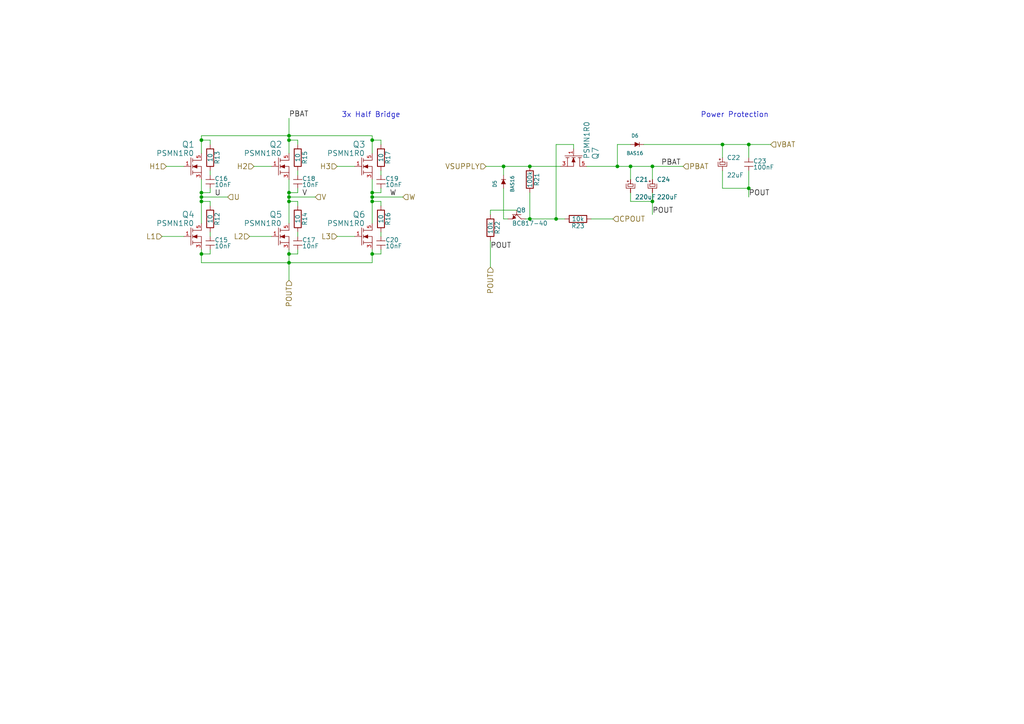
<source format=kicad_sch>
(kicad_sch (version 20230121) (generator eeschema)
  (paper "A4")
  (lib_symbols
    (symbol "DriveControllerLogic-rescue:DIODE" (pin_numbers hide) (pin_names (offset 1.016) hide)
      (property "Reference" "D" (at 0 2.54 0))
      (property "Value" "DIODE" (at 0 -2.54 0))
      (symbol "DIODE_0_1"
        (polyline (pts (xy 1.27 -0.635) (xy 1.27 0.635) (xy 1.27 0.635)))
        (polyline (pts (xy 1.27 0) (xy 0 0.635) (xy 0 -0.635) (xy 0 -0.635)) (fill (type outline)))
      )
      (symbol "DIODE_1_1"
        (pin passive line (at -1.27 0 0) (length 1.27) (name "A") (number "1"))
        (pin passive line (at 2.54 0 180) (length 1.27) (name "K") (number "3"))
      )
    )
    (symbol "DriveControllerLogic-rescue:NPN" (pin_numbers hide) (pin_names (offset 0) hide)
      (property "Reference" "Q" (at 3.81 0 0))
      (property "Value" "NPN" (at -3.81 3.81 0))
      (symbol "NPN_0_1"
        (polyline (pts (xy 0 0) (xy 1.27 -1.27) (xy 1.27 -1.27)) (fill (type outline)))
        (polyline (pts (xy 0 0) (xy 1.27 1.27) (xy 1.27 1.27)) (fill (type outline)))
        (polyline (pts (xy 0 1.27) (xy 0 -1.27) (xy 0 -1.27)) (fill (type outline)))
        (polyline (pts (xy 1.27 -1.27) (xy 1.016 -0.254) (xy 0.254 -1.016) (xy 0.254 -1.016)) (fill (type outline)))
      )
      (symbol "NPN_1_1"
        (pin input line (at -1.27 0 0) (length 1.27) (name "B") (number "1"))
        (pin passive line (at 1.27 -2.54 90) (length 1.27) (name "E") (number "2"))
        (pin passive line (at 1.27 2.54 270) (length 1.27) (name "C") (number "3"))
      )
    )
    (symbol "DriveControllerLogic-rescue:PSMN1R0" (pin_names (offset 0.762) hide)
      (property "Reference" "Q" (at -1.27 6.35 0))
      (property "Value" "PSMN1R0" (at -5.08 3.81 0))
      (symbol "PSMN1R0_0_1"
        (polyline (pts (xy -0.508 2.54) (xy -0.508 -2.54) (xy -0.508 -2.54)) (fill (type outline)))
        (polyline (pts (xy 0 -2.286) (xy 0 -1.27) (xy 0 -1.27)) (fill (type outline)))
        (polyline (pts (xy 0 -0.508) (xy 0 0.508) (xy 0 0.508)) (fill (type outline)))
        (polyline (pts (xy 0 1.27) (xy 0 2.286) (xy 0 2.286)) (fill (type outline)))
        (polyline (pts (xy 0 1.778) (xy 2.54 1.778) (xy 2.54 1.778)))
        (polyline (pts (xy 1.27 0.508) (xy 1.27 -0.508) (xy 0 0) (xy 0 0)) (fill (type outline)))
        (polyline (pts (xy 0 -1.778) (xy 2.54 -1.778) (xy 2.54 0) (xy 1.27 0) (xy 1.27 0)))
      )
      (symbol "PSMN1R0_1_1"
        (pin input line (at -2.54 0 0) (length 2.032) (name "G") (number "1"))
        (pin passive line (at 2.54 -3.81 90) (length 2.032) (name "S") (number "3"))
        (pin passive line (at 2.54 3.81 270) (length 2.032) (name "D") (number "5"))
      )
    )
    (symbol "DriveControllerLogic-rescue:R" (pin_numbers hide) (pin_names (offset 0))
      (property "Reference" "R" (at 2.032 0 90))
      (property "Value" "R" (at 0 0 90))
      (symbol "R_0_1"
        (rectangle (start -1.016 -2.54) (end 1.016 2.54) (stroke (width 0.254)))
      )
      (symbol "R_1_1"
        (pin passive line (at 0 3.81 270) (length 1.27) (name "~") (number "1"))
        (pin passive line (at 0 -3.81 90) (length 1.27) (name "~") (number "2"))
      )
    )
    (symbol "DriveControllerLogic-rescue:cap" (pin_numbers hide) (pin_names (offset 0.254) hide)
      (property "Reference" "C" (at 1.27 2.54 0))
      (property "Value" "cap" (at 1.27 -2.54 0))
      (symbol "cap_0_1"
        (rectangle (start -0.762 1.27) (end 0.762 0.508))
        (polyline (pts (xy -0.762 2.286) (xy -0.762 1.778) (xy -0.762 1.778)))
        (polyline (pts (xy -0.508 2.032) (xy -1.016 2.032) (xy -1.016 2.032)))
        (polyline (pts (xy -1.27 1.27) (xy -1.27 0) (xy 1.27 0) (xy 1.27 1.27) (xy 1.27 1.27)))
      )
      (symbol "cap_1_1"
        (pin passive line (at 0 2.54 270) (length 1.27) (name "~") (number "1"))
        (pin passive line (at 0 -1.27 90) (length 1.27) (name "~") (number "2"))
      )
    )
    (symbol "DriveControllerLogic-rescue:cap_np" (pin_numbers hide) (pin_names (offset 0.254))
      (property "Reference" "C" (at 1.27 0.254 0))
      (property "Value" "cap_np" (at 1.27 -1.524 0))
      (symbol "cap_np_0_1"
        (polyline (pts (xy -1.27 0) (xy 1.27 0) (xy 1.27 0)))
        (polyline (pts (xy 1.27 -1.27) (xy -1.27 -1.27) (xy -1.27 -1.27)))
      )
      (symbol "cap_np_1_1"
        (pin passive line (at 0 1.27 270) (length 1.27) (name "~") (number "1"))
        (pin passive line (at 0 -2.54 90) (length 1.27) (name "~") (number "2"))
      )
    )
  )
  (junction (at 83.82 58.42))
  (junction (at 107.95 40.64))
  (junction (at 209.55 41.91))
  (junction (at 83.82 40.64))
  (junction (at 58.42 40.64))
  (junction (at 153.67 48.26))
  (junction (at 107.95 57.15))
  (junction (at 189.23 58.42))
  (junction (at 58.42 58.42))
  (junction (at 83.82 55.88))
  (junction (at 58.42 57.15))
  (junction (at 179.07 48.26))
  (junction (at 107.95 58.42))
  (junction (at 217.17 41.91))
  (junction (at 146.05 48.26))
  (junction (at 107.95 73.66))
  (junction (at 107.95 55.88))
  (junction (at 83.82 39.37))
  (junction (at 58.42 55.88))
  (junction (at 83.82 76.2))
  (junction (at 83.82 57.15))
  (junction (at 161.29 63.5))
  (junction (at 217.17 54.61))
  (junction (at 58.42 73.66))
  (junction (at 153.67 63.5))
  (junction (at 182.88 48.26))
  (junction (at 189.23 48.26))
  (junction (at 83.82 73.66))
  (wire (pts (xy 153.67 63.5) (xy 161.29 63.5)))
  (wire (pts (xy 152.4 63.5) (xy 153.67 63.5)))
  (wire (pts (xy 149.86 60.96) (xy 142.24 60.96)))
  (wire (pts (xy 110.49 73.66) (xy 107.95 73.66)))
  (wire (pts (xy 110.49 50.8) (xy 110.49 49.53)))
  (wire (pts (xy 86.36 49.53) (xy 86.36 50.8)))
  (wire (pts (xy 179.07 48.26) (xy 179.07 41.91)))
  (wire (pts (xy 83.82 52.07) (xy 83.82 55.88)))
  (wire (pts (xy 146.05 48.26) (xy 146.05 50.8)))
  (wire (pts (xy 107.95 55.88) (xy 107.95 57.15)))
  (wire (pts (xy 86.36 40.64) (xy 83.82 40.64)))
  (wire (pts (xy 86.36 59.69) (xy 86.36 58.42)))
  (wire (pts (xy 58.42 52.07) (xy 58.42 55.88)))
  (wire (pts (xy 78.74 68.58) (xy 72.39 68.58)))
  (wire (pts (xy 60.96 54.61) (xy 60.96 55.88)))
  (wire (pts (xy 186.69 41.91) (xy 209.55 41.91)))
  (wire (pts (xy 60.96 49.53) (xy 60.96 50.8)))
  (wire (pts (xy 78.74 48.26) (xy 73.66 48.26)))
  (wire (pts (xy 107.95 52.07) (xy 107.95 55.88)))
  (wire (pts (xy 83.82 73.66) (xy 83.82 76.2)))
  (wire (pts (xy 60.96 40.64) (xy 58.42 40.64)))
  (wire (pts (xy 86.36 67.31) (xy 86.36 68.58)))
  (wire (pts (xy 161.29 63.5) (xy 161.29 41.91)))
  (wire (pts (xy 86.36 41.91) (xy 86.36 40.64)))
  (wire (pts (xy 58.42 57.15) (xy 66.04 57.15)))
  (wire (pts (xy 179.07 41.91) (xy 182.88 41.91)))
  (wire (pts (xy 189.23 48.26) (xy 198.12 48.26)))
  (wire (pts (xy 86.36 58.42) (xy 83.82 58.42)))
  (wire (pts (xy 107.95 58.42) (xy 107.95 64.77)))
  (wire (pts (xy 107.95 40.64) (xy 107.95 44.45)))
  (wire (pts (xy 153.67 48.26) (xy 162.56 48.26)))
  (wire (pts (xy 53.34 68.58) (xy 46.99 68.58)))
  (wire (pts (xy 217.17 41.91) (xy 223.52 41.91)))
  (wire (pts (xy 107.95 57.15) (xy 116.84 57.15)))
  (wire (pts (xy 107.95 39.37) (xy 107.95 40.64)))
  (wire (pts (xy 107.95 76.2) (xy 107.95 73.66)))
  (wire (pts (xy 83.82 39.37) (xy 107.95 39.37)))
  (wire (pts (xy 110.49 58.42) (xy 107.95 58.42)))
  (wire (pts (xy 102.87 48.26) (xy 97.79 48.26)))
  (wire (pts (xy 142.24 60.96) (xy 142.24 62.23)))
  (wire (pts (xy 83.82 57.15) (xy 91.44 57.15)))
  (wire (pts (xy 161.29 41.91) (xy 166.37 41.91)))
  (wire (pts (xy 182.88 58.42) (xy 182.88 55.88)))
  (wire (pts (xy 110.49 68.58) (xy 110.49 67.31)))
  (wire (pts (xy 146.05 48.26) (xy 153.67 48.26)))
  (wire (pts (xy 102.87 68.58) (xy 97.79 68.58)))
  (wire (pts (xy 58.42 39.37) (xy 83.82 39.37)))
  (wire (pts (xy 142.24 69.85) (xy 142.24 77.47)))
  (wire (pts (xy 189.23 58.42) (xy 189.23 62.23)))
  (wire (pts (xy 110.49 59.69) (xy 110.49 58.42)))
  (wire (pts (xy 58.42 55.88) (xy 58.42 57.15)))
  (wire (pts (xy 83.82 72.39) (xy 83.82 73.66)))
  (wire (pts (xy 209.55 41.91) (xy 209.55 45.72)))
  (wire (pts (xy 209.55 41.91) (xy 217.17 41.91)))
  (wire (pts (xy 60.96 68.58) (xy 60.96 67.31)))
  (wire (pts (xy 86.36 54.61) (xy 86.36 55.88)))
  (wire (pts (xy 209.55 54.61) (xy 217.17 54.61)))
  (wire (pts (xy 60.96 58.42) (xy 58.42 58.42)))
  (wire (pts (xy 53.34 48.26) (xy 48.26 48.26)))
  (wire (pts (xy 182.88 48.26) (xy 189.23 48.26)))
  (wire (pts (xy 60.96 72.39) (xy 60.96 73.66)))
  (wire (pts (xy 83.82 55.88) (xy 83.82 57.15)))
  (wire (pts (xy 217.17 54.61) (xy 217.17 57.15)))
  (wire (pts (xy 217.17 41.91) (xy 217.17 45.72)))
  (wire (pts (xy 83.82 57.15) (xy 83.82 58.42)))
  (wire (pts (xy 58.42 39.37) (xy 58.42 40.64)))
  (wire (pts (xy 58.42 73.66) (xy 58.42 76.2)))
  (wire (pts (xy 86.36 55.88) (xy 83.82 55.88)))
  (wire (pts (xy 60.96 41.91) (xy 60.96 40.64)))
  (wire (pts (xy 83.82 76.2) (xy 107.95 76.2)))
  (wire (pts (xy 110.49 41.91) (xy 110.49 40.64)))
  (wire (pts (xy 107.95 57.15) (xy 107.95 58.42)))
  (wire (pts (xy 58.42 58.42) (xy 58.42 64.77)))
  (wire (pts (xy 60.96 73.66) (xy 58.42 73.66)))
  (wire (pts (xy 140.97 48.26) (xy 146.05 48.26)))
  (wire (pts (xy 83.82 40.64) (xy 83.82 44.45)))
  (wire (pts (xy 182.88 48.26) (xy 182.88 52.07)))
  (wire (pts (xy 166.37 41.91) (xy 166.37 43.18)))
  (wire (pts (xy 179.07 48.26) (xy 182.88 48.26)))
  (wire (pts (xy 147.32 63.5) (xy 146.05 63.5)))
  (wire (pts (xy 86.36 73.66) (xy 83.82 73.66)))
  (wire (pts (xy 217.17 49.53) (xy 217.17 54.61)))
  (wire (pts (xy 209.55 49.53) (xy 209.55 54.61)))
  (wire (pts (xy 170.18 48.26) (xy 179.07 48.26)))
  (wire (pts (xy 153.67 63.5) (xy 153.67 55.88)))
  (wire (pts (xy 58.42 72.39) (xy 58.42 73.66)))
  (wire (pts (xy 60.96 59.69) (xy 60.96 58.42)))
  (wire (pts (xy 189.23 55.88) (xy 189.23 58.42)))
  (wire (pts (xy 58.42 76.2) (xy 83.82 76.2)))
  (wire (pts (xy 83.82 34.29) (xy 83.82 39.37)))
  (wire (pts (xy 58.42 57.15) (xy 58.42 58.42)))
  (wire (pts (xy 110.49 40.64) (xy 107.95 40.64)))
  (wire (pts (xy 60.96 55.88) (xy 58.42 55.88)))
  (wire (pts (xy 110.49 54.61) (xy 110.49 55.88)))
  (wire (pts (xy 83.82 76.2) (xy 83.82 81.28)))
  (wire (pts (xy 83.82 39.37) (xy 83.82 40.64)))
  (wire (pts (xy 107.95 73.66) (xy 107.95 72.39)))
  (wire (pts (xy 86.36 72.39) (xy 86.36 73.66)))
  (wire (pts (xy 171.45 63.5) (xy 177.8 63.5)))
  (wire (pts (xy 189.23 48.26) (xy 189.23 52.07)))
  (wire (pts (xy 110.49 72.39) (xy 110.49 73.66)))
  (wire (pts (xy 161.29 63.5) (xy 163.83 63.5)))
  (wire (pts (xy 58.42 40.64) (xy 58.42 44.45)))
  (wire (pts (xy 110.49 55.88) (xy 107.95 55.88)))
  (wire (pts (xy 189.23 58.42) (xy 182.88 58.42)))
  (wire (pts (xy 146.05 63.5) (xy 146.05 54.61)))
  (wire (pts (xy 83.82 58.42) (xy 83.82 64.77)))
  (text "3x Half Bridge" (at 99.06 34.29 0) (effects (font (size 1.524 1.524)) (justify left bottom)))
  (text "Power Protection\n" (at 203.2 34.29 0) (effects (font (size 1.524 1.524)) (justify left bottom)))
  (label "W" (at 113.03 57.15 0) (effects (font (size 1.524 1.524))))
  (label "PBAT" (at 83.82 34.29 0) (effects (font (size 1.524 1.524))))
  (label "V" (at 87.63 57.15 0) (effects (font (size 1.524 1.524))))
  (label "POUT" (at 189.23 62.23 0) (effects (font (size 1.524 1.524))))
  (label "PBAT" (at 191.77 48.26 0) (effects (font (size 1.524 1.524))))
  (label "POUT" (at 142.24 72.39 0) (effects (font (size 1.524 1.524))))
  (label "POUT" (at 217.17 57.15 0) (effects (font (size 1.524 1.524))))
  (label "U" (at 62.23 57.15 0) (effects (font (size 1.524 1.524))))
  (hierarchical_label "VBAT" (shape input) (at 223.52 41.91 0) (effects (font (size 1.524 1.524))))
  (hierarchical_label "CPOUT" (shape input) (at 177.8 63.5 0) (effects (font (size 1.524 1.524))))
  (hierarchical_label "W" (shape input) (at 116.84 57.15 0) (effects (font (size 1.524 1.524))))
  (hierarchical_label "H1" (shape input) (at 48.26 48.26 180) (effects (font (size 1.524 1.524))))
  (hierarchical_label "H2" (shape input) (at 73.66 48.26 180) (effects (font (size 1.524 1.524))))
  (hierarchical_label "H3" (shape input) (at 97.79 48.26 180) (effects (font (size 1.524 1.524))))
  (hierarchical_label "L1" (shape input) (at 46.99 68.58 180) (effects (font (size 1.524 1.524))))
  (hierarchical_label "POUT" (shape input) (at 142.24 77.47 270) (effects (font (size 1.524 1.524))))
  (hierarchical_label "PBAT" (shape input) (at 198.12 48.26 0) (effects (font (size 1.524 1.524))))
  (hierarchical_label "V" (shape input) (at 91.44 57.15 0) (effects (font (size 1.524 1.524))))
  (hierarchical_label "POUT" (shape input) (at 83.82 81.28 270) (effects (font (size 1.524 1.524))))
  (hierarchical_label "U" (shape input) (at 66.04 57.15 0) (effects (font (size 1.524 1.524))))
  (hierarchical_label "L2" (shape input) (at 72.39 68.58 180) (effects (font (size 1.524 1.524))))
  (hierarchical_label "L3" (shape input) (at 97.79 68.58 180) (effects (font (size 1.524 1.524))))
  (hierarchical_label "VSUPPLY" (shape input) (at 140.97 48.26 180) (effects (font (size 1.524 1.524))))
  (symbol (lib_id "DriveControllerLogic-rescue:cap_np") (at 60.96 69.85 0) (unit 1)
    (property "Reference" "C15" (at 62.23 69.596 0) (effects (justify left)))
    (property "Value" "10nF" (at 62.23 71.374 0) (effects (justify left)))
    (property "Footprint" "Capacitors_SMD:C_0805" (effects hide))
  )
  (symbol (lib_id "DriveControllerLogic-rescue:R") (at 60.96 63.5 0) (unit 1)
    (property "Reference" "R12" (at 62.992 63.5 90))
    (property "Value" "10" (at 60.96 63.5 90))
    (property "Footprint" "Resistors_SMD:R_0805" (effects hide))
  )
  (symbol (lib_id "DriveControllerLogic-rescue:cap_np") (at 60.96 52.07 0) (unit 1)
    (property "Reference" "C16" (at 62.23 51.816 0) (effects (justify left)))
    (property "Value" "10nF" (at 62.23 53.594 0) (effects (justify left)))
    (property "Footprint" "Capacitors_SMD:C_0805" (effects hide))
  )
  (symbol (lib_id "DriveControllerLogic-rescue:R") (at 60.96 45.72 0) (unit 1)
    (property "Reference" "R13" (at 62.992 45.72 90))
    (property "Value" "10" (at 60.96 45.72 90))
    (property "Footprint" "Resistors_SMD:R_0805" (effects hide))
  )
  (symbol (lib_id "DriveControllerLogic-rescue:cap_np") (at 86.36 69.85 0) (unit 1)
    (property "Reference" "C17" (at 87.63 69.596 0) (effects (justify left)))
    (property "Value" "10nF" (at 87.63 71.374 0) (effects (justify left)))
    (property "Footprint" "Capacitors_SMD:C_0805" (effects hide))
  )
  (symbol (lib_id "DriveControllerLogic-rescue:R") (at 86.36 63.5 0) (unit 1)
    (property "Reference" "R14" (at 88.392 63.5 90))
    (property "Value" "10" (at 86.36 63.5 90))
    (property "Footprint" "Resistors_SMD:R_0805" (effects hide))
  )
  (symbol (lib_id "DriveControllerLogic-rescue:cap_np") (at 86.36 52.07 0) (unit 1)
    (property "Reference" "C18" (at 87.63 51.816 0) (effects (justify left)))
    (property "Value" "10nF" (at 87.63 53.594 0) (effects (justify left)))
    (property "Footprint" "Capacitors_SMD:C_0805" (effects hide))
  )
  (symbol (lib_id "DriveControllerLogic-rescue:R") (at 86.36 45.72 0) (unit 1)
    (property "Reference" "R15" (at 88.392 45.72 90))
    (property "Value" "10" (at 86.36 45.72 90))
    (property "Footprint" "Resistors_SMD:R_0805" (effects hide))
  )
  (symbol (lib_id "DriveControllerLogic-rescue:cap_np") (at 110.49 52.07 0) (unit 1)
    (property "Reference" "C19" (at 111.76 51.816 0) (effects (justify left)))
    (property "Value" "10nF" (at 111.76 53.594 0) (effects (justify left)))
    (property "Footprint" "Capacitors_SMD:C_0805" (effects hide))
  )
  (symbol (lib_id "DriveControllerLogic-rescue:R") (at 110.49 45.72 0) (unit 1)
    (property "Reference" "R17" (at 112.522 45.72 90))
    (property "Value" "10" (at 110.49 45.72 90))
    (property "Footprint" "Resistors_SMD:R_0805" (effects hide))
  )
  (symbol (lib_id "DriveControllerLogic-rescue:cap_np") (at 110.49 69.85 0) (unit 1)
    (property "Reference" "C20" (at 111.76 69.596 0) (effects (justify left)))
    (property "Value" "10nF" (at 111.76 71.374 0) (effects (justify left)))
    (property "Footprint" "Capacitors_SMD:C_0805" (effects hide))
  )
  (symbol (lib_id "DriveControllerLogic-rescue:R") (at 110.49 63.5 0) (unit 1)
    (property "Reference" "R16" (at 112.522 63.5 90))
    (property "Value" "10" (at 110.49 63.5 90))
    (property "Footprint" "Resistors_SMD:R_0805" (effects hide))
  )
  (symbol (lib_id "DriveControllerLogic-rescue:DIODE") (at 146.05 53.34 90) (unit 1)
    (property "Reference" "D5" (at 143.51 53.34 0) (effects (font (size 1.016 1.016))))
    (property "Value" "BAS16" (at 148.59 53.34 0) (effects (font (size 1.016 1.016))))
    (property "Footprint" "TO_SOT_Packages_SMD:SOT-23" (effects hide))
  )
  (symbol (lib_id "DriveControllerLogic-rescue:R") (at 153.67 52.07 0) (unit 1)
    (property "Reference" "R21" (at 155.702 52.07 90))
    (property "Value" "100k" (at 153.67 52.07 90))
    (property "Footprint" "Resistors_SMD:R_0805" (effects hide))
  )
  (symbol (lib_id "DriveControllerLogic-rescue:NPN") (at 149.86 62.23 270) (unit 1)
    (property "Reference" "Q8" (at 151.13 60.96 90))
    (property "Value" "BC817-40" (at 153.67 64.77 90))
    (property "Footprint" "TO_SOT_Packages_SMD:SOT-23" (effects hide))
  )
  (symbol (lib_id "DriveControllerLogic-rescue:R") (at 142.24 66.04 0) (unit 1)
    (property "Reference" "R22" (at 144.272 66.04 90))
    (property "Value" "10k" (at 142.24 66.04 90))
    (property "Footprint" "Resistors_SMD:R_0805" (effects hide))
  )
  (symbol (lib_id "DriveControllerLogic-rescue:PSMN1R0") (at 166.37 45.72 270) (unit 1)
    (property "Reference" "Q7" (at 172.72 44.45 0) (effects (font (size 1.778 1.778))))
    (property "Value" "PSMN1R0" (at 170.18 40.64 0) (effects (font (size 1.524 1.524))))
    (property "Footprint" "USSTPARTS:SOT-669_LFPAK_POWERSO8" (effects hide))
  )
  (symbol (lib_id "DriveControllerLogic-rescue:R") (at 167.64 63.5 270) (unit 1)
    (property "Reference" "R23" (at 167.64 65.532 90))
    (property "Value" "10k" (at 167.64 63.5 90))
    (property "Footprint" "Resistors_SMD:R_0805" (effects hide))
  )
  (symbol (lib_id "DriveControllerLogic-rescue:DIODE") (at 184.15 41.91 0) (unit 1)
    (property "Reference" "D6" (at 184.15 39.37 0) (effects (font (size 1.016 1.016))))
    (property "Value" "BAS16" (at 184.15 44.45 0) (effects (font (size 1.016 1.016))))
    (property "Footprint" "TO_SOT_Packages_SMD:SOT-23" (effects hide))
  )
  (symbol (lib_id "DriveControllerLogic-rescue:cap") (at 182.88 54.61 0) (unit 1)
    (property "Reference" "C21" (at 184.15 52.07 0) (effects (justify left)))
    (property "Value" "220uF" (at 184.15 57.15 0) (effects (justify left)))
    (property "Footprint" "Capacitors_SMD:c_elec_10x10" (effects hide))
  )
  (symbol (lib_id "DriveControllerLogic-rescue:cap") (at 189.23 54.61 0) (unit 1)
    (property "Reference" "C24" (at 190.5 52.07 0) (effects (justify left)))
    (property "Value" "220uF" (at 190.5 57.15 0) (effects (justify left)))
    (property "Footprint" "Capacitors_SMD:c_elec_10x10" (effects hide))
  )
  (symbol (lib_id "DriveControllerLogic-rescue:cap") (at 209.55 48.26 0) (unit 1)
    (property "Reference" "C22" (at 210.82 45.72 0) (effects (justify left)))
    (property "Value" "22uF" (at 210.82 50.8 0) (effects (justify left)))
    (property "Footprint" "Capacitors_SMD:c_elec_6.3x5.7" (effects hide))
  )
  (symbol (lib_id "DriveControllerLogic-rescue:cap_np") (at 217.17 46.99 0) (unit 1)
    (property "Reference" "C23" (at 218.44 46.736 0) (effects (justify left)))
    (property "Value" "100nF" (at 218.44 48.514 0) (effects (justify left)))
    (property "Footprint" "Capacitors_SMD:C_0805" (effects hide))
  )
  (symbol (lib_id "DriveControllerLogic-rescue:PSMN1R0") (at 55.88 48.26 0) (unit 1)
    (property "Reference" "Q1" (at 54.61 41.91 0) (effects (font (size 1.778 1.778))))
    (property "Value" "PSMN1R0" (at 50.8 44.45 0) (effects (font (size 1.524 1.524))))
    (property "Footprint" "USSTPARTS:SOT-669_LFPAK_POWERSO8" (effects hide))
  )
  (symbol (lib_id "DriveControllerLogic-rescue:PSMN1R0") (at 81.28 48.26 0) (unit 1)
    (property "Reference" "Q2" (at 80.01 41.91 0) (effects (font (size 1.778 1.778))))
    (property "Value" "PSMN1R0" (at 76.2 44.45 0) (effects (font (size 1.524 1.524))))
    (property "Footprint" "USSTPARTS:SOT-669_LFPAK_POWERSO8" (effects hide))
  )
  (symbol (lib_id "DriveControllerLogic-rescue:PSMN1R0") (at 105.41 48.26 0) (unit 1)
    (property "Reference" "Q3" (at 104.14 41.91 0) (effects (font (size 1.778 1.778))))
    (property "Value" "PSMN1R0" (at 100.33 44.45 0) (effects (font (size 1.524 1.524))))
    (property "Footprint" "USSTPARTS:SOT-669_LFPAK_POWERSO8" (effects hide))
  )
  (symbol (lib_id "DriveControllerLogic-rescue:PSMN1R0") (at 55.88 68.58 0) (unit 1)
    (property "Reference" "Q4" (at 54.61 62.23 0) (effects (font (size 1.778 1.778))))
    (property "Value" "PSMN1R0" (at 50.8 64.77 0) (effects (font (size 1.524 1.524))))
    (property "Footprint" "USSTPARTS:SOT-669_LFPAK_POWERSO8" (effects hide))
  )
  (symbol (lib_id "DriveControllerLogic-rescue:PSMN1R0") (at 81.28 68.58 0) (unit 1)
    (property "Reference" "Q5" (at 80.01 62.23 0) (effects (font (size 1.778 1.778))))
    (property "Value" "PSMN1R0" (at 76.2 64.77 0) (effects (font (size 1.524 1.524))))
    (property "Footprint" "USSTPARTS:SOT-669_LFPAK_POWERSO8" (effects hide))
  )
  (symbol (lib_id "DriveControllerLogic-rescue:PSMN1R0") (at 105.41 68.58 0) (unit 1)
    (property "Reference" "Q6" (at 104.14 62.23 0) (effects (font (size 1.778 1.778))))
    (property "Value" "PSMN1R0" (at 100.33 64.77 0) (effects (font (size 1.524 1.524))))
    (property "Footprint" "USSTPARTS:SOT-669_LFPAK_POWERSO8" (effects hide))
  )
)
</source>
